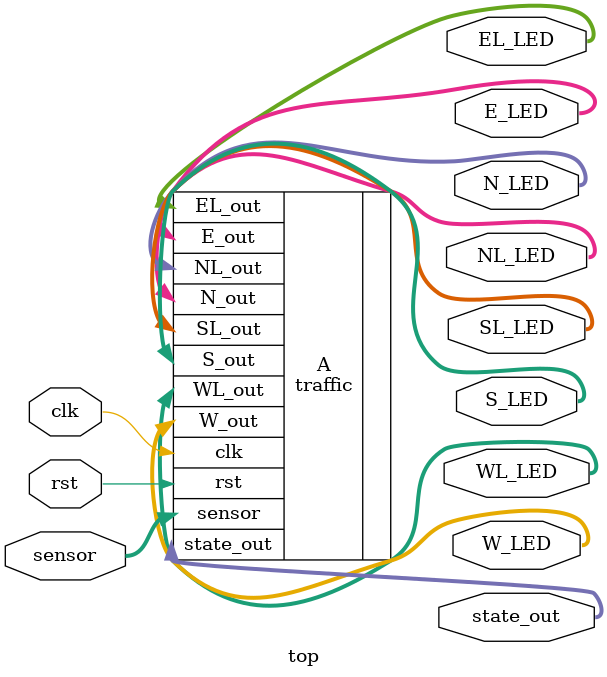
<source format=v>
`timescale 1ns / 1ps


module top(
    input clk,
    input rst,
    input [7:0] sensor,
    output [2:0] N_LED,
    output [2:0] NL_LED,
    output [2:0] E_LED,
    output [2:0] EL_LED,
    output [2:0] S_LED,
    output [2:0] SL_LED,
    output [2:0] W_LED,
    output [2:0] WL_LED,
    output [3:0] state_out
);

    traffic A (
        .clk(clk),
        .rst(rst),
        .sensor(sensor),
        .N_out(NL_LED),
        .E_out(E_LED),
        .S_out(S_LED),
        .W_out(W_LED),
        .NL_out(N_LED),
        .EL_out(EL_LED),
        .SL_out(SL_LED),
        .WL_out(WL_LED),
        .state_out(state_out)
    );
    
endmodule

</source>
